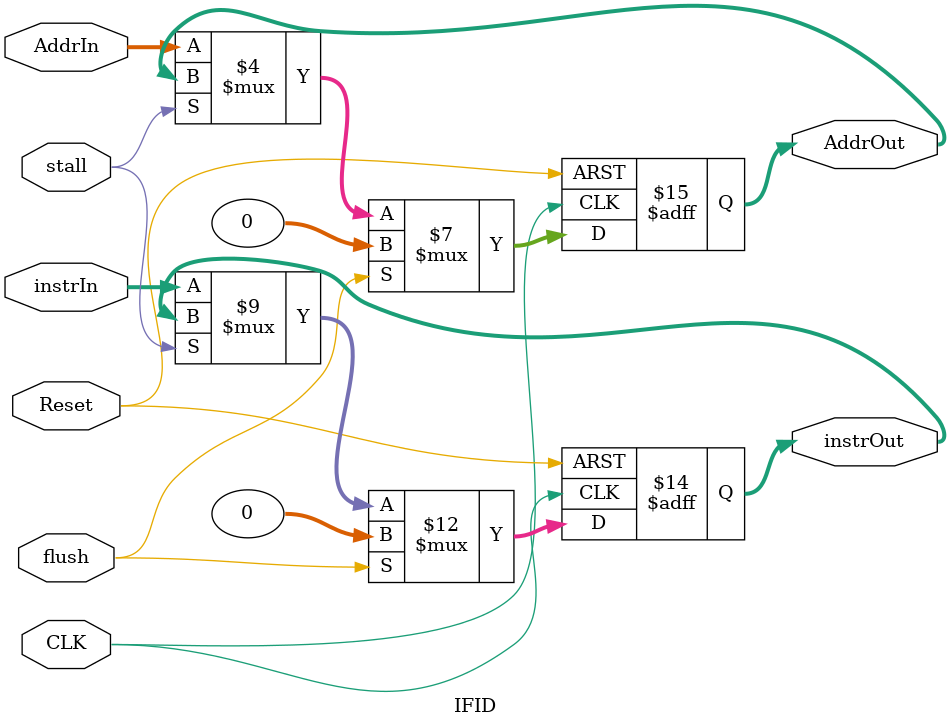
<source format=v>
`timescale 1ns / 1ps



module IFID(
    input CLK,
    input Reset,
    input[31:0]instrIn,
    input[31:0]AddrIn,
    input flush,
    input stall,
    output reg [31:0]instrOut,
    output reg [31:0]AddrOut
    );

  always @(posedge CLK or negedge Reset) begin
    if (!Reset) begin instrOut<=0; AddrOut<=0; end
    else if (flush) begin instrOut<=0; AddrOut<=0; end 
    else if (stall==0) begin instrOut<=instrIn; AddrOut<=AddrIn; end
  end
endmodule

</source>
